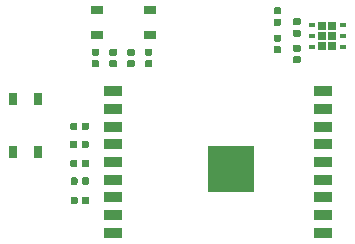
<source format=gbr>
G04 #@! TF.GenerationSoftware,KiCad,Pcbnew,5.0.2-bee76a0~70~ubuntu18.04.1*
G04 #@! TF.CreationDate,2020-01-13T19:18:57+01:00*
G04 #@! TF.ProjectId,roboy_sno,726f626f-795f-4736-9e6f-2e6b69636164,rev?*
G04 #@! TF.SameCoordinates,Original*
G04 #@! TF.FileFunction,Paste,Top*
G04 #@! TF.FilePolarity,Positive*
%FSLAX46Y46*%
G04 Gerber Fmt 4.6, Leading zero omitted, Abs format (unit mm)*
G04 Created by KiCad (PCBNEW 5.0.2-bee76a0~70~ubuntu18.04.1) date Mo 13 Jan 2020 19:18:57 CET*
%MOMM*%
%LPD*%
G01*
G04 APERTURE LIST*
%ADD10C,0.100000*%
%ADD11R,1.485000X0.900000*%
%ADD12R,4.000000X4.000000*%
%ADD13C,0.590000*%
%ADD14R,0.630000X0.450000*%
%ADD15R,0.660000X0.730000*%
%ADD16R,1.000000X0.700000*%
%ADD17R,0.700000X1.000000*%
G04 APERTURE END LIST*
D10*
G04 #@! TO.C,U2*
G36*
X124134940Y-132945000D02*
X126665000Y-132945000D01*
X126665000Y-135475720D01*
X124134940Y-135475720D01*
X124134940Y-132945000D01*
G37*
G04 #@! TD*
D11*
G04 #@! TO.C,U2*
X115407500Y-127610000D03*
X115407500Y-129110000D03*
X115407500Y-130610000D03*
X115407500Y-132110000D03*
X115407500Y-133610000D03*
X115407500Y-135110000D03*
X115407500Y-136610000D03*
X115407500Y-138110000D03*
X115407500Y-139610000D03*
X133192500Y-139610000D03*
X133192500Y-138110000D03*
X133192500Y-136610000D03*
X133192500Y-135110000D03*
X133192500Y-133610000D03*
X133192500Y-132110000D03*
X133192500Y-130610000D03*
X133192500Y-129110000D03*
X133192500Y-127610000D03*
D12*
X125400000Y-134210000D03*
G04 #@! TD*
D10*
G04 #@! TO.C,C1*
G36*
X118586958Y-124020710D02*
X118601276Y-124022834D01*
X118615317Y-124026351D01*
X118628946Y-124031228D01*
X118642031Y-124037417D01*
X118654447Y-124044858D01*
X118666073Y-124053481D01*
X118676798Y-124063202D01*
X118686519Y-124073927D01*
X118695142Y-124085553D01*
X118702583Y-124097969D01*
X118708772Y-124111054D01*
X118713649Y-124124683D01*
X118717166Y-124138724D01*
X118719290Y-124153042D01*
X118720000Y-124167500D01*
X118720000Y-124462500D01*
X118719290Y-124476958D01*
X118717166Y-124491276D01*
X118713649Y-124505317D01*
X118708772Y-124518946D01*
X118702583Y-124532031D01*
X118695142Y-124544447D01*
X118686519Y-124556073D01*
X118676798Y-124566798D01*
X118666073Y-124576519D01*
X118654447Y-124585142D01*
X118642031Y-124592583D01*
X118628946Y-124598772D01*
X118615317Y-124603649D01*
X118601276Y-124607166D01*
X118586958Y-124609290D01*
X118572500Y-124610000D01*
X118227500Y-124610000D01*
X118213042Y-124609290D01*
X118198724Y-124607166D01*
X118184683Y-124603649D01*
X118171054Y-124598772D01*
X118157969Y-124592583D01*
X118145553Y-124585142D01*
X118133927Y-124576519D01*
X118123202Y-124566798D01*
X118113481Y-124556073D01*
X118104858Y-124544447D01*
X118097417Y-124532031D01*
X118091228Y-124518946D01*
X118086351Y-124505317D01*
X118082834Y-124491276D01*
X118080710Y-124476958D01*
X118080000Y-124462500D01*
X118080000Y-124167500D01*
X118080710Y-124153042D01*
X118082834Y-124138724D01*
X118086351Y-124124683D01*
X118091228Y-124111054D01*
X118097417Y-124097969D01*
X118104858Y-124085553D01*
X118113481Y-124073927D01*
X118123202Y-124063202D01*
X118133927Y-124053481D01*
X118145553Y-124044858D01*
X118157969Y-124037417D01*
X118171054Y-124031228D01*
X118184683Y-124026351D01*
X118198724Y-124022834D01*
X118213042Y-124020710D01*
X118227500Y-124020000D01*
X118572500Y-124020000D01*
X118586958Y-124020710D01*
X118586958Y-124020710D01*
G37*
D13*
X118400000Y-124315000D03*
D10*
G36*
X118586958Y-124990710D02*
X118601276Y-124992834D01*
X118615317Y-124996351D01*
X118628946Y-125001228D01*
X118642031Y-125007417D01*
X118654447Y-125014858D01*
X118666073Y-125023481D01*
X118676798Y-125033202D01*
X118686519Y-125043927D01*
X118695142Y-125055553D01*
X118702583Y-125067969D01*
X118708772Y-125081054D01*
X118713649Y-125094683D01*
X118717166Y-125108724D01*
X118719290Y-125123042D01*
X118720000Y-125137500D01*
X118720000Y-125432500D01*
X118719290Y-125446958D01*
X118717166Y-125461276D01*
X118713649Y-125475317D01*
X118708772Y-125488946D01*
X118702583Y-125502031D01*
X118695142Y-125514447D01*
X118686519Y-125526073D01*
X118676798Y-125536798D01*
X118666073Y-125546519D01*
X118654447Y-125555142D01*
X118642031Y-125562583D01*
X118628946Y-125568772D01*
X118615317Y-125573649D01*
X118601276Y-125577166D01*
X118586958Y-125579290D01*
X118572500Y-125580000D01*
X118227500Y-125580000D01*
X118213042Y-125579290D01*
X118198724Y-125577166D01*
X118184683Y-125573649D01*
X118171054Y-125568772D01*
X118157969Y-125562583D01*
X118145553Y-125555142D01*
X118133927Y-125546519D01*
X118123202Y-125536798D01*
X118113481Y-125526073D01*
X118104858Y-125514447D01*
X118097417Y-125502031D01*
X118091228Y-125488946D01*
X118086351Y-125475317D01*
X118082834Y-125461276D01*
X118080710Y-125446958D01*
X118080000Y-125432500D01*
X118080000Y-125137500D01*
X118080710Y-125123042D01*
X118082834Y-125108724D01*
X118086351Y-125094683D01*
X118091228Y-125081054D01*
X118097417Y-125067969D01*
X118104858Y-125055553D01*
X118113481Y-125043927D01*
X118123202Y-125033202D01*
X118133927Y-125023481D01*
X118145553Y-125014858D01*
X118157969Y-125007417D01*
X118171054Y-125001228D01*
X118184683Y-124996351D01*
X118198724Y-124992834D01*
X118213042Y-124990710D01*
X118227500Y-124990000D01*
X118572500Y-124990000D01*
X118586958Y-124990710D01*
X118586958Y-124990710D01*
G37*
D13*
X118400000Y-125285000D03*
G04 #@! TD*
D10*
G04 #@! TO.C,C2*
G36*
X131146958Y-122410710D02*
X131161276Y-122412834D01*
X131175317Y-122416351D01*
X131188946Y-122421228D01*
X131202031Y-122427417D01*
X131214447Y-122434858D01*
X131226073Y-122443481D01*
X131236798Y-122453202D01*
X131246519Y-122463927D01*
X131255142Y-122475553D01*
X131262583Y-122487969D01*
X131268772Y-122501054D01*
X131273649Y-122514683D01*
X131277166Y-122528724D01*
X131279290Y-122543042D01*
X131280000Y-122557500D01*
X131280000Y-122852500D01*
X131279290Y-122866958D01*
X131277166Y-122881276D01*
X131273649Y-122895317D01*
X131268772Y-122908946D01*
X131262583Y-122922031D01*
X131255142Y-122934447D01*
X131246519Y-122946073D01*
X131236798Y-122956798D01*
X131226073Y-122966519D01*
X131214447Y-122975142D01*
X131202031Y-122982583D01*
X131188946Y-122988772D01*
X131175317Y-122993649D01*
X131161276Y-122997166D01*
X131146958Y-122999290D01*
X131132500Y-123000000D01*
X130787500Y-123000000D01*
X130773042Y-122999290D01*
X130758724Y-122997166D01*
X130744683Y-122993649D01*
X130731054Y-122988772D01*
X130717969Y-122982583D01*
X130705553Y-122975142D01*
X130693927Y-122966519D01*
X130683202Y-122956798D01*
X130673481Y-122946073D01*
X130664858Y-122934447D01*
X130657417Y-122922031D01*
X130651228Y-122908946D01*
X130646351Y-122895317D01*
X130642834Y-122881276D01*
X130640710Y-122866958D01*
X130640000Y-122852500D01*
X130640000Y-122557500D01*
X130640710Y-122543042D01*
X130642834Y-122528724D01*
X130646351Y-122514683D01*
X130651228Y-122501054D01*
X130657417Y-122487969D01*
X130664858Y-122475553D01*
X130673481Y-122463927D01*
X130683202Y-122453202D01*
X130693927Y-122443481D01*
X130705553Y-122434858D01*
X130717969Y-122427417D01*
X130731054Y-122421228D01*
X130744683Y-122416351D01*
X130758724Y-122412834D01*
X130773042Y-122410710D01*
X130787500Y-122410000D01*
X131132500Y-122410000D01*
X131146958Y-122410710D01*
X131146958Y-122410710D01*
G37*
D13*
X130960000Y-122705000D03*
D10*
G36*
X131146958Y-121440710D02*
X131161276Y-121442834D01*
X131175317Y-121446351D01*
X131188946Y-121451228D01*
X131202031Y-121457417D01*
X131214447Y-121464858D01*
X131226073Y-121473481D01*
X131236798Y-121483202D01*
X131246519Y-121493927D01*
X131255142Y-121505553D01*
X131262583Y-121517969D01*
X131268772Y-121531054D01*
X131273649Y-121544683D01*
X131277166Y-121558724D01*
X131279290Y-121573042D01*
X131280000Y-121587500D01*
X131280000Y-121882500D01*
X131279290Y-121896958D01*
X131277166Y-121911276D01*
X131273649Y-121925317D01*
X131268772Y-121938946D01*
X131262583Y-121952031D01*
X131255142Y-121964447D01*
X131246519Y-121976073D01*
X131236798Y-121986798D01*
X131226073Y-121996519D01*
X131214447Y-122005142D01*
X131202031Y-122012583D01*
X131188946Y-122018772D01*
X131175317Y-122023649D01*
X131161276Y-122027166D01*
X131146958Y-122029290D01*
X131132500Y-122030000D01*
X130787500Y-122030000D01*
X130773042Y-122029290D01*
X130758724Y-122027166D01*
X130744683Y-122023649D01*
X130731054Y-122018772D01*
X130717969Y-122012583D01*
X130705553Y-122005142D01*
X130693927Y-121996519D01*
X130683202Y-121986798D01*
X130673481Y-121976073D01*
X130664858Y-121964447D01*
X130657417Y-121952031D01*
X130651228Y-121938946D01*
X130646351Y-121925317D01*
X130642834Y-121911276D01*
X130640710Y-121896958D01*
X130640000Y-121882500D01*
X130640000Y-121587500D01*
X130640710Y-121573042D01*
X130642834Y-121558724D01*
X130646351Y-121544683D01*
X130651228Y-121531054D01*
X130657417Y-121517969D01*
X130664858Y-121505553D01*
X130673481Y-121493927D01*
X130683202Y-121483202D01*
X130693927Y-121473481D01*
X130705553Y-121464858D01*
X130717969Y-121457417D01*
X130731054Y-121451228D01*
X130744683Y-121446351D01*
X130758724Y-121442834D01*
X130773042Y-121440710D01*
X130787500Y-121440000D01*
X131132500Y-121440000D01*
X131146958Y-121440710D01*
X131146958Y-121440710D01*
G37*
D13*
X130960000Y-121735000D03*
G04 #@! TD*
D10*
G04 #@! TO.C,C3*
G36*
X131146958Y-123680710D02*
X131161276Y-123682834D01*
X131175317Y-123686351D01*
X131188946Y-123691228D01*
X131202031Y-123697417D01*
X131214447Y-123704858D01*
X131226073Y-123713481D01*
X131236798Y-123723202D01*
X131246519Y-123733927D01*
X131255142Y-123745553D01*
X131262583Y-123757969D01*
X131268772Y-123771054D01*
X131273649Y-123784683D01*
X131277166Y-123798724D01*
X131279290Y-123813042D01*
X131280000Y-123827500D01*
X131280000Y-124122500D01*
X131279290Y-124136958D01*
X131277166Y-124151276D01*
X131273649Y-124165317D01*
X131268772Y-124178946D01*
X131262583Y-124192031D01*
X131255142Y-124204447D01*
X131246519Y-124216073D01*
X131236798Y-124226798D01*
X131226073Y-124236519D01*
X131214447Y-124245142D01*
X131202031Y-124252583D01*
X131188946Y-124258772D01*
X131175317Y-124263649D01*
X131161276Y-124267166D01*
X131146958Y-124269290D01*
X131132500Y-124270000D01*
X130787500Y-124270000D01*
X130773042Y-124269290D01*
X130758724Y-124267166D01*
X130744683Y-124263649D01*
X130731054Y-124258772D01*
X130717969Y-124252583D01*
X130705553Y-124245142D01*
X130693927Y-124236519D01*
X130683202Y-124226798D01*
X130673481Y-124216073D01*
X130664858Y-124204447D01*
X130657417Y-124192031D01*
X130651228Y-124178946D01*
X130646351Y-124165317D01*
X130642834Y-124151276D01*
X130640710Y-124136958D01*
X130640000Y-124122500D01*
X130640000Y-123827500D01*
X130640710Y-123813042D01*
X130642834Y-123798724D01*
X130646351Y-123784683D01*
X130651228Y-123771054D01*
X130657417Y-123757969D01*
X130664858Y-123745553D01*
X130673481Y-123733927D01*
X130683202Y-123723202D01*
X130693927Y-123713481D01*
X130705553Y-123704858D01*
X130717969Y-123697417D01*
X130731054Y-123691228D01*
X130744683Y-123686351D01*
X130758724Y-123682834D01*
X130773042Y-123680710D01*
X130787500Y-123680000D01*
X131132500Y-123680000D01*
X131146958Y-123680710D01*
X131146958Y-123680710D01*
G37*
D13*
X130960000Y-123975000D03*
D10*
G36*
X131146958Y-124650710D02*
X131161276Y-124652834D01*
X131175317Y-124656351D01*
X131188946Y-124661228D01*
X131202031Y-124667417D01*
X131214447Y-124674858D01*
X131226073Y-124683481D01*
X131236798Y-124693202D01*
X131246519Y-124703927D01*
X131255142Y-124715553D01*
X131262583Y-124727969D01*
X131268772Y-124741054D01*
X131273649Y-124754683D01*
X131277166Y-124768724D01*
X131279290Y-124783042D01*
X131280000Y-124797500D01*
X131280000Y-125092500D01*
X131279290Y-125106958D01*
X131277166Y-125121276D01*
X131273649Y-125135317D01*
X131268772Y-125148946D01*
X131262583Y-125162031D01*
X131255142Y-125174447D01*
X131246519Y-125186073D01*
X131236798Y-125196798D01*
X131226073Y-125206519D01*
X131214447Y-125215142D01*
X131202031Y-125222583D01*
X131188946Y-125228772D01*
X131175317Y-125233649D01*
X131161276Y-125237166D01*
X131146958Y-125239290D01*
X131132500Y-125240000D01*
X130787500Y-125240000D01*
X130773042Y-125239290D01*
X130758724Y-125237166D01*
X130744683Y-125233649D01*
X130731054Y-125228772D01*
X130717969Y-125222583D01*
X130705553Y-125215142D01*
X130693927Y-125206519D01*
X130683202Y-125196798D01*
X130673481Y-125186073D01*
X130664858Y-125174447D01*
X130657417Y-125162031D01*
X130651228Y-125148946D01*
X130646351Y-125135317D01*
X130642834Y-125121276D01*
X130640710Y-125106958D01*
X130640000Y-125092500D01*
X130640000Y-124797500D01*
X130640710Y-124783042D01*
X130642834Y-124768724D01*
X130646351Y-124754683D01*
X130651228Y-124741054D01*
X130657417Y-124727969D01*
X130664858Y-124715553D01*
X130673481Y-124703927D01*
X130683202Y-124693202D01*
X130693927Y-124683481D01*
X130705553Y-124674858D01*
X130717969Y-124667417D01*
X130731054Y-124661228D01*
X130744683Y-124656351D01*
X130758724Y-124652834D01*
X130773042Y-124650710D01*
X130787500Y-124650000D01*
X131132500Y-124650000D01*
X131146958Y-124650710D01*
X131146958Y-124650710D01*
G37*
D13*
X130960000Y-124945000D03*
G04 #@! TD*
D10*
G04 #@! TO.C,C4*
G36*
X115586958Y-124020710D02*
X115601276Y-124022834D01*
X115615317Y-124026351D01*
X115628946Y-124031228D01*
X115642031Y-124037417D01*
X115654447Y-124044858D01*
X115666073Y-124053481D01*
X115676798Y-124063202D01*
X115686519Y-124073927D01*
X115695142Y-124085553D01*
X115702583Y-124097969D01*
X115708772Y-124111054D01*
X115713649Y-124124683D01*
X115717166Y-124138724D01*
X115719290Y-124153042D01*
X115720000Y-124167500D01*
X115720000Y-124462500D01*
X115719290Y-124476958D01*
X115717166Y-124491276D01*
X115713649Y-124505317D01*
X115708772Y-124518946D01*
X115702583Y-124532031D01*
X115695142Y-124544447D01*
X115686519Y-124556073D01*
X115676798Y-124566798D01*
X115666073Y-124576519D01*
X115654447Y-124585142D01*
X115642031Y-124592583D01*
X115628946Y-124598772D01*
X115615317Y-124603649D01*
X115601276Y-124607166D01*
X115586958Y-124609290D01*
X115572500Y-124610000D01*
X115227500Y-124610000D01*
X115213042Y-124609290D01*
X115198724Y-124607166D01*
X115184683Y-124603649D01*
X115171054Y-124598772D01*
X115157969Y-124592583D01*
X115145553Y-124585142D01*
X115133927Y-124576519D01*
X115123202Y-124566798D01*
X115113481Y-124556073D01*
X115104858Y-124544447D01*
X115097417Y-124532031D01*
X115091228Y-124518946D01*
X115086351Y-124505317D01*
X115082834Y-124491276D01*
X115080710Y-124476958D01*
X115080000Y-124462500D01*
X115080000Y-124167500D01*
X115080710Y-124153042D01*
X115082834Y-124138724D01*
X115086351Y-124124683D01*
X115091228Y-124111054D01*
X115097417Y-124097969D01*
X115104858Y-124085553D01*
X115113481Y-124073927D01*
X115123202Y-124063202D01*
X115133927Y-124053481D01*
X115145553Y-124044858D01*
X115157969Y-124037417D01*
X115171054Y-124031228D01*
X115184683Y-124026351D01*
X115198724Y-124022834D01*
X115213042Y-124020710D01*
X115227500Y-124020000D01*
X115572500Y-124020000D01*
X115586958Y-124020710D01*
X115586958Y-124020710D01*
G37*
D13*
X115400000Y-124315000D03*
D10*
G36*
X115586958Y-124990710D02*
X115601276Y-124992834D01*
X115615317Y-124996351D01*
X115628946Y-125001228D01*
X115642031Y-125007417D01*
X115654447Y-125014858D01*
X115666073Y-125023481D01*
X115676798Y-125033202D01*
X115686519Y-125043927D01*
X115695142Y-125055553D01*
X115702583Y-125067969D01*
X115708772Y-125081054D01*
X115713649Y-125094683D01*
X115717166Y-125108724D01*
X115719290Y-125123042D01*
X115720000Y-125137500D01*
X115720000Y-125432500D01*
X115719290Y-125446958D01*
X115717166Y-125461276D01*
X115713649Y-125475317D01*
X115708772Y-125488946D01*
X115702583Y-125502031D01*
X115695142Y-125514447D01*
X115686519Y-125526073D01*
X115676798Y-125536798D01*
X115666073Y-125546519D01*
X115654447Y-125555142D01*
X115642031Y-125562583D01*
X115628946Y-125568772D01*
X115615317Y-125573649D01*
X115601276Y-125577166D01*
X115586958Y-125579290D01*
X115572500Y-125580000D01*
X115227500Y-125580000D01*
X115213042Y-125579290D01*
X115198724Y-125577166D01*
X115184683Y-125573649D01*
X115171054Y-125568772D01*
X115157969Y-125562583D01*
X115145553Y-125555142D01*
X115133927Y-125546519D01*
X115123202Y-125536798D01*
X115113481Y-125526073D01*
X115104858Y-125514447D01*
X115097417Y-125502031D01*
X115091228Y-125488946D01*
X115086351Y-125475317D01*
X115082834Y-125461276D01*
X115080710Y-125446958D01*
X115080000Y-125432500D01*
X115080000Y-125137500D01*
X115080710Y-125123042D01*
X115082834Y-125108724D01*
X115086351Y-125094683D01*
X115091228Y-125081054D01*
X115097417Y-125067969D01*
X115104858Y-125055553D01*
X115113481Y-125043927D01*
X115123202Y-125033202D01*
X115133927Y-125023481D01*
X115145553Y-125014858D01*
X115157969Y-125007417D01*
X115171054Y-125001228D01*
X115184683Y-124996351D01*
X115198724Y-124992834D01*
X115213042Y-124990710D01*
X115227500Y-124990000D01*
X115572500Y-124990000D01*
X115586958Y-124990710D01*
X115586958Y-124990710D01*
G37*
D13*
X115400000Y-125285000D03*
G04 #@! TD*
D10*
G04 #@! TO.C,C5*
G36*
X114086958Y-124020710D02*
X114101276Y-124022834D01*
X114115317Y-124026351D01*
X114128946Y-124031228D01*
X114142031Y-124037417D01*
X114154447Y-124044858D01*
X114166073Y-124053481D01*
X114176798Y-124063202D01*
X114186519Y-124073927D01*
X114195142Y-124085553D01*
X114202583Y-124097969D01*
X114208772Y-124111054D01*
X114213649Y-124124683D01*
X114217166Y-124138724D01*
X114219290Y-124153042D01*
X114220000Y-124167500D01*
X114220000Y-124462500D01*
X114219290Y-124476958D01*
X114217166Y-124491276D01*
X114213649Y-124505317D01*
X114208772Y-124518946D01*
X114202583Y-124532031D01*
X114195142Y-124544447D01*
X114186519Y-124556073D01*
X114176798Y-124566798D01*
X114166073Y-124576519D01*
X114154447Y-124585142D01*
X114142031Y-124592583D01*
X114128946Y-124598772D01*
X114115317Y-124603649D01*
X114101276Y-124607166D01*
X114086958Y-124609290D01*
X114072500Y-124610000D01*
X113727500Y-124610000D01*
X113713042Y-124609290D01*
X113698724Y-124607166D01*
X113684683Y-124603649D01*
X113671054Y-124598772D01*
X113657969Y-124592583D01*
X113645553Y-124585142D01*
X113633927Y-124576519D01*
X113623202Y-124566798D01*
X113613481Y-124556073D01*
X113604858Y-124544447D01*
X113597417Y-124532031D01*
X113591228Y-124518946D01*
X113586351Y-124505317D01*
X113582834Y-124491276D01*
X113580710Y-124476958D01*
X113580000Y-124462500D01*
X113580000Y-124167500D01*
X113580710Y-124153042D01*
X113582834Y-124138724D01*
X113586351Y-124124683D01*
X113591228Y-124111054D01*
X113597417Y-124097969D01*
X113604858Y-124085553D01*
X113613481Y-124073927D01*
X113623202Y-124063202D01*
X113633927Y-124053481D01*
X113645553Y-124044858D01*
X113657969Y-124037417D01*
X113671054Y-124031228D01*
X113684683Y-124026351D01*
X113698724Y-124022834D01*
X113713042Y-124020710D01*
X113727500Y-124020000D01*
X114072500Y-124020000D01*
X114086958Y-124020710D01*
X114086958Y-124020710D01*
G37*
D13*
X113900000Y-124315000D03*
D10*
G36*
X114086958Y-124990710D02*
X114101276Y-124992834D01*
X114115317Y-124996351D01*
X114128946Y-125001228D01*
X114142031Y-125007417D01*
X114154447Y-125014858D01*
X114166073Y-125023481D01*
X114176798Y-125033202D01*
X114186519Y-125043927D01*
X114195142Y-125055553D01*
X114202583Y-125067969D01*
X114208772Y-125081054D01*
X114213649Y-125094683D01*
X114217166Y-125108724D01*
X114219290Y-125123042D01*
X114220000Y-125137500D01*
X114220000Y-125432500D01*
X114219290Y-125446958D01*
X114217166Y-125461276D01*
X114213649Y-125475317D01*
X114208772Y-125488946D01*
X114202583Y-125502031D01*
X114195142Y-125514447D01*
X114186519Y-125526073D01*
X114176798Y-125536798D01*
X114166073Y-125546519D01*
X114154447Y-125555142D01*
X114142031Y-125562583D01*
X114128946Y-125568772D01*
X114115317Y-125573649D01*
X114101276Y-125577166D01*
X114086958Y-125579290D01*
X114072500Y-125580000D01*
X113727500Y-125580000D01*
X113713042Y-125579290D01*
X113698724Y-125577166D01*
X113684683Y-125573649D01*
X113671054Y-125568772D01*
X113657969Y-125562583D01*
X113645553Y-125555142D01*
X113633927Y-125546519D01*
X113623202Y-125536798D01*
X113613481Y-125526073D01*
X113604858Y-125514447D01*
X113597417Y-125502031D01*
X113591228Y-125488946D01*
X113586351Y-125475317D01*
X113582834Y-125461276D01*
X113580710Y-125446958D01*
X113580000Y-125432500D01*
X113580000Y-125137500D01*
X113580710Y-125123042D01*
X113582834Y-125108724D01*
X113586351Y-125094683D01*
X113591228Y-125081054D01*
X113597417Y-125067969D01*
X113604858Y-125055553D01*
X113613481Y-125043927D01*
X113623202Y-125033202D01*
X113633927Y-125023481D01*
X113645553Y-125014858D01*
X113657969Y-125007417D01*
X113671054Y-125001228D01*
X113684683Y-124996351D01*
X113698724Y-124992834D01*
X113713042Y-124990710D01*
X113727500Y-124990000D01*
X114072500Y-124990000D01*
X114086958Y-124990710D01*
X114086958Y-124990710D01*
G37*
D13*
X113900000Y-125285000D03*
G04 #@! TD*
D10*
G04 #@! TO.C,R10*
G36*
X117086958Y-124020710D02*
X117101276Y-124022834D01*
X117115317Y-124026351D01*
X117128946Y-124031228D01*
X117142031Y-124037417D01*
X117154447Y-124044858D01*
X117166073Y-124053481D01*
X117176798Y-124063202D01*
X117186519Y-124073927D01*
X117195142Y-124085553D01*
X117202583Y-124097969D01*
X117208772Y-124111054D01*
X117213649Y-124124683D01*
X117217166Y-124138724D01*
X117219290Y-124153042D01*
X117220000Y-124167500D01*
X117220000Y-124462500D01*
X117219290Y-124476958D01*
X117217166Y-124491276D01*
X117213649Y-124505317D01*
X117208772Y-124518946D01*
X117202583Y-124532031D01*
X117195142Y-124544447D01*
X117186519Y-124556073D01*
X117176798Y-124566798D01*
X117166073Y-124576519D01*
X117154447Y-124585142D01*
X117142031Y-124592583D01*
X117128946Y-124598772D01*
X117115317Y-124603649D01*
X117101276Y-124607166D01*
X117086958Y-124609290D01*
X117072500Y-124610000D01*
X116727500Y-124610000D01*
X116713042Y-124609290D01*
X116698724Y-124607166D01*
X116684683Y-124603649D01*
X116671054Y-124598772D01*
X116657969Y-124592583D01*
X116645553Y-124585142D01*
X116633927Y-124576519D01*
X116623202Y-124566798D01*
X116613481Y-124556073D01*
X116604858Y-124544447D01*
X116597417Y-124532031D01*
X116591228Y-124518946D01*
X116586351Y-124505317D01*
X116582834Y-124491276D01*
X116580710Y-124476958D01*
X116580000Y-124462500D01*
X116580000Y-124167500D01*
X116580710Y-124153042D01*
X116582834Y-124138724D01*
X116586351Y-124124683D01*
X116591228Y-124111054D01*
X116597417Y-124097969D01*
X116604858Y-124085553D01*
X116613481Y-124073927D01*
X116623202Y-124063202D01*
X116633927Y-124053481D01*
X116645553Y-124044858D01*
X116657969Y-124037417D01*
X116671054Y-124031228D01*
X116684683Y-124026351D01*
X116698724Y-124022834D01*
X116713042Y-124020710D01*
X116727500Y-124020000D01*
X117072500Y-124020000D01*
X117086958Y-124020710D01*
X117086958Y-124020710D01*
G37*
D13*
X116900000Y-124315000D03*
D10*
G36*
X117086958Y-124990710D02*
X117101276Y-124992834D01*
X117115317Y-124996351D01*
X117128946Y-125001228D01*
X117142031Y-125007417D01*
X117154447Y-125014858D01*
X117166073Y-125023481D01*
X117176798Y-125033202D01*
X117186519Y-125043927D01*
X117195142Y-125055553D01*
X117202583Y-125067969D01*
X117208772Y-125081054D01*
X117213649Y-125094683D01*
X117217166Y-125108724D01*
X117219290Y-125123042D01*
X117220000Y-125137500D01*
X117220000Y-125432500D01*
X117219290Y-125446958D01*
X117217166Y-125461276D01*
X117213649Y-125475317D01*
X117208772Y-125488946D01*
X117202583Y-125502031D01*
X117195142Y-125514447D01*
X117186519Y-125526073D01*
X117176798Y-125536798D01*
X117166073Y-125546519D01*
X117154447Y-125555142D01*
X117142031Y-125562583D01*
X117128946Y-125568772D01*
X117115317Y-125573649D01*
X117101276Y-125577166D01*
X117086958Y-125579290D01*
X117072500Y-125580000D01*
X116727500Y-125580000D01*
X116713042Y-125579290D01*
X116698724Y-125577166D01*
X116684683Y-125573649D01*
X116671054Y-125568772D01*
X116657969Y-125562583D01*
X116645553Y-125555142D01*
X116633927Y-125546519D01*
X116623202Y-125536798D01*
X116613481Y-125526073D01*
X116604858Y-125514447D01*
X116597417Y-125502031D01*
X116591228Y-125488946D01*
X116586351Y-125475317D01*
X116582834Y-125461276D01*
X116580710Y-125446958D01*
X116580000Y-125432500D01*
X116580000Y-125137500D01*
X116580710Y-125123042D01*
X116582834Y-125108724D01*
X116586351Y-125094683D01*
X116591228Y-125081054D01*
X116597417Y-125067969D01*
X116604858Y-125055553D01*
X116613481Y-125043927D01*
X116623202Y-125033202D01*
X116633927Y-125023481D01*
X116645553Y-125014858D01*
X116657969Y-125007417D01*
X116671054Y-125001228D01*
X116684683Y-124996351D01*
X116698724Y-124992834D01*
X116713042Y-124990710D01*
X116727500Y-124990000D01*
X117072500Y-124990000D01*
X117086958Y-124990710D01*
X117086958Y-124990710D01*
G37*
D13*
X116900000Y-125285000D03*
G04 #@! TD*
D14*
G04 #@! TO.C,U1*
X132200000Y-122000000D03*
X132200000Y-122950000D03*
X132200000Y-123900000D03*
X134880000Y-123900000D03*
X134880000Y-122950000D03*
X134880000Y-122000000D03*
D15*
X133115000Y-123816000D03*
X133965000Y-123816000D03*
X133965000Y-122950000D03*
X133115000Y-122950000D03*
X133965000Y-122084000D03*
X133115000Y-122084000D03*
G04 #@! TD*
D16*
G04 #@! TO.C,SW2*
X118550000Y-120725000D03*
X114050000Y-120725000D03*
X114050000Y-122875000D03*
X118550000Y-122875000D03*
G04 #@! TD*
D10*
G04 #@! TO.C,R1*
G36*
X112226958Y-130270710D02*
X112241276Y-130272834D01*
X112255317Y-130276351D01*
X112268946Y-130281228D01*
X112282031Y-130287417D01*
X112294447Y-130294858D01*
X112306073Y-130303481D01*
X112316798Y-130313202D01*
X112326519Y-130323927D01*
X112335142Y-130335553D01*
X112342583Y-130347969D01*
X112348772Y-130361054D01*
X112353649Y-130374683D01*
X112357166Y-130388724D01*
X112359290Y-130403042D01*
X112360000Y-130417500D01*
X112360000Y-130762500D01*
X112359290Y-130776958D01*
X112357166Y-130791276D01*
X112353649Y-130805317D01*
X112348772Y-130818946D01*
X112342583Y-130832031D01*
X112335142Y-130844447D01*
X112326519Y-130856073D01*
X112316798Y-130866798D01*
X112306073Y-130876519D01*
X112294447Y-130885142D01*
X112282031Y-130892583D01*
X112268946Y-130898772D01*
X112255317Y-130903649D01*
X112241276Y-130907166D01*
X112226958Y-130909290D01*
X112212500Y-130910000D01*
X111917500Y-130910000D01*
X111903042Y-130909290D01*
X111888724Y-130907166D01*
X111874683Y-130903649D01*
X111861054Y-130898772D01*
X111847969Y-130892583D01*
X111835553Y-130885142D01*
X111823927Y-130876519D01*
X111813202Y-130866798D01*
X111803481Y-130856073D01*
X111794858Y-130844447D01*
X111787417Y-130832031D01*
X111781228Y-130818946D01*
X111776351Y-130805317D01*
X111772834Y-130791276D01*
X111770710Y-130776958D01*
X111770000Y-130762500D01*
X111770000Y-130417500D01*
X111770710Y-130403042D01*
X111772834Y-130388724D01*
X111776351Y-130374683D01*
X111781228Y-130361054D01*
X111787417Y-130347969D01*
X111794858Y-130335553D01*
X111803481Y-130323927D01*
X111813202Y-130313202D01*
X111823927Y-130303481D01*
X111835553Y-130294858D01*
X111847969Y-130287417D01*
X111861054Y-130281228D01*
X111874683Y-130276351D01*
X111888724Y-130272834D01*
X111903042Y-130270710D01*
X111917500Y-130270000D01*
X112212500Y-130270000D01*
X112226958Y-130270710D01*
X112226958Y-130270710D01*
G37*
D13*
X112065000Y-130590000D03*
D10*
G36*
X113196958Y-130270710D02*
X113211276Y-130272834D01*
X113225317Y-130276351D01*
X113238946Y-130281228D01*
X113252031Y-130287417D01*
X113264447Y-130294858D01*
X113276073Y-130303481D01*
X113286798Y-130313202D01*
X113296519Y-130323927D01*
X113305142Y-130335553D01*
X113312583Y-130347969D01*
X113318772Y-130361054D01*
X113323649Y-130374683D01*
X113327166Y-130388724D01*
X113329290Y-130403042D01*
X113330000Y-130417500D01*
X113330000Y-130762500D01*
X113329290Y-130776958D01*
X113327166Y-130791276D01*
X113323649Y-130805317D01*
X113318772Y-130818946D01*
X113312583Y-130832031D01*
X113305142Y-130844447D01*
X113296519Y-130856073D01*
X113286798Y-130866798D01*
X113276073Y-130876519D01*
X113264447Y-130885142D01*
X113252031Y-130892583D01*
X113238946Y-130898772D01*
X113225317Y-130903649D01*
X113211276Y-130907166D01*
X113196958Y-130909290D01*
X113182500Y-130910000D01*
X112887500Y-130910000D01*
X112873042Y-130909290D01*
X112858724Y-130907166D01*
X112844683Y-130903649D01*
X112831054Y-130898772D01*
X112817969Y-130892583D01*
X112805553Y-130885142D01*
X112793927Y-130876519D01*
X112783202Y-130866798D01*
X112773481Y-130856073D01*
X112764858Y-130844447D01*
X112757417Y-130832031D01*
X112751228Y-130818946D01*
X112746351Y-130805317D01*
X112742834Y-130791276D01*
X112740710Y-130776958D01*
X112740000Y-130762500D01*
X112740000Y-130417500D01*
X112740710Y-130403042D01*
X112742834Y-130388724D01*
X112746351Y-130374683D01*
X112751228Y-130361054D01*
X112757417Y-130347969D01*
X112764858Y-130335553D01*
X112773481Y-130323927D01*
X112783202Y-130313202D01*
X112793927Y-130303481D01*
X112805553Y-130294858D01*
X112817969Y-130287417D01*
X112831054Y-130281228D01*
X112844683Y-130276351D01*
X112858724Y-130272834D01*
X112873042Y-130270710D01*
X112887500Y-130270000D01*
X113182500Y-130270000D01*
X113196958Y-130270710D01*
X113196958Y-130270710D01*
G37*
D13*
X113035000Y-130590000D03*
G04 #@! TD*
D10*
G04 #@! TO.C,R2*
G36*
X112216958Y-131800710D02*
X112231276Y-131802834D01*
X112245317Y-131806351D01*
X112258946Y-131811228D01*
X112272031Y-131817417D01*
X112284447Y-131824858D01*
X112296073Y-131833481D01*
X112306798Y-131843202D01*
X112316519Y-131853927D01*
X112325142Y-131865553D01*
X112332583Y-131877969D01*
X112338772Y-131891054D01*
X112343649Y-131904683D01*
X112347166Y-131918724D01*
X112349290Y-131933042D01*
X112350000Y-131947500D01*
X112350000Y-132292500D01*
X112349290Y-132306958D01*
X112347166Y-132321276D01*
X112343649Y-132335317D01*
X112338772Y-132348946D01*
X112332583Y-132362031D01*
X112325142Y-132374447D01*
X112316519Y-132386073D01*
X112306798Y-132396798D01*
X112296073Y-132406519D01*
X112284447Y-132415142D01*
X112272031Y-132422583D01*
X112258946Y-132428772D01*
X112245317Y-132433649D01*
X112231276Y-132437166D01*
X112216958Y-132439290D01*
X112202500Y-132440000D01*
X111907500Y-132440000D01*
X111893042Y-132439290D01*
X111878724Y-132437166D01*
X111864683Y-132433649D01*
X111851054Y-132428772D01*
X111837969Y-132422583D01*
X111825553Y-132415142D01*
X111813927Y-132406519D01*
X111803202Y-132396798D01*
X111793481Y-132386073D01*
X111784858Y-132374447D01*
X111777417Y-132362031D01*
X111771228Y-132348946D01*
X111766351Y-132335317D01*
X111762834Y-132321276D01*
X111760710Y-132306958D01*
X111760000Y-132292500D01*
X111760000Y-131947500D01*
X111760710Y-131933042D01*
X111762834Y-131918724D01*
X111766351Y-131904683D01*
X111771228Y-131891054D01*
X111777417Y-131877969D01*
X111784858Y-131865553D01*
X111793481Y-131853927D01*
X111803202Y-131843202D01*
X111813927Y-131833481D01*
X111825553Y-131824858D01*
X111837969Y-131817417D01*
X111851054Y-131811228D01*
X111864683Y-131806351D01*
X111878724Y-131802834D01*
X111893042Y-131800710D01*
X111907500Y-131800000D01*
X112202500Y-131800000D01*
X112216958Y-131800710D01*
X112216958Y-131800710D01*
G37*
D13*
X112055000Y-132120000D03*
D10*
G36*
X113186958Y-131800710D02*
X113201276Y-131802834D01*
X113215317Y-131806351D01*
X113228946Y-131811228D01*
X113242031Y-131817417D01*
X113254447Y-131824858D01*
X113266073Y-131833481D01*
X113276798Y-131843202D01*
X113286519Y-131853927D01*
X113295142Y-131865553D01*
X113302583Y-131877969D01*
X113308772Y-131891054D01*
X113313649Y-131904683D01*
X113317166Y-131918724D01*
X113319290Y-131933042D01*
X113320000Y-131947500D01*
X113320000Y-132292500D01*
X113319290Y-132306958D01*
X113317166Y-132321276D01*
X113313649Y-132335317D01*
X113308772Y-132348946D01*
X113302583Y-132362031D01*
X113295142Y-132374447D01*
X113286519Y-132386073D01*
X113276798Y-132396798D01*
X113266073Y-132406519D01*
X113254447Y-132415142D01*
X113242031Y-132422583D01*
X113228946Y-132428772D01*
X113215317Y-132433649D01*
X113201276Y-132437166D01*
X113186958Y-132439290D01*
X113172500Y-132440000D01*
X112877500Y-132440000D01*
X112863042Y-132439290D01*
X112848724Y-132437166D01*
X112834683Y-132433649D01*
X112821054Y-132428772D01*
X112807969Y-132422583D01*
X112795553Y-132415142D01*
X112783927Y-132406519D01*
X112773202Y-132396798D01*
X112763481Y-132386073D01*
X112754858Y-132374447D01*
X112747417Y-132362031D01*
X112741228Y-132348946D01*
X112736351Y-132335317D01*
X112732834Y-132321276D01*
X112730710Y-132306958D01*
X112730000Y-132292500D01*
X112730000Y-131947500D01*
X112730710Y-131933042D01*
X112732834Y-131918724D01*
X112736351Y-131904683D01*
X112741228Y-131891054D01*
X112747417Y-131877969D01*
X112754858Y-131865553D01*
X112763481Y-131853927D01*
X112773202Y-131843202D01*
X112783927Y-131833481D01*
X112795553Y-131824858D01*
X112807969Y-131817417D01*
X112821054Y-131811228D01*
X112834683Y-131806351D01*
X112848724Y-131802834D01*
X112863042Y-131800710D01*
X112877500Y-131800000D01*
X113172500Y-131800000D01*
X113186958Y-131800710D01*
X113186958Y-131800710D01*
G37*
D13*
X113025000Y-132120000D03*
G04 #@! TD*
D10*
G04 #@! TO.C,R3*
G36*
X113216958Y-136540710D02*
X113231276Y-136542834D01*
X113245317Y-136546351D01*
X113258946Y-136551228D01*
X113272031Y-136557417D01*
X113284447Y-136564858D01*
X113296073Y-136573481D01*
X113306798Y-136583202D01*
X113316519Y-136593927D01*
X113325142Y-136605553D01*
X113332583Y-136617969D01*
X113338772Y-136631054D01*
X113343649Y-136644683D01*
X113347166Y-136658724D01*
X113349290Y-136673042D01*
X113350000Y-136687500D01*
X113350000Y-137032500D01*
X113349290Y-137046958D01*
X113347166Y-137061276D01*
X113343649Y-137075317D01*
X113338772Y-137088946D01*
X113332583Y-137102031D01*
X113325142Y-137114447D01*
X113316519Y-137126073D01*
X113306798Y-137136798D01*
X113296073Y-137146519D01*
X113284447Y-137155142D01*
X113272031Y-137162583D01*
X113258946Y-137168772D01*
X113245317Y-137173649D01*
X113231276Y-137177166D01*
X113216958Y-137179290D01*
X113202500Y-137180000D01*
X112907500Y-137180000D01*
X112893042Y-137179290D01*
X112878724Y-137177166D01*
X112864683Y-137173649D01*
X112851054Y-137168772D01*
X112837969Y-137162583D01*
X112825553Y-137155142D01*
X112813927Y-137146519D01*
X112803202Y-137136798D01*
X112793481Y-137126073D01*
X112784858Y-137114447D01*
X112777417Y-137102031D01*
X112771228Y-137088946D01*
X112766351Y-137075317D01*
X112762834Y-137061276D01*
X112760710Y-137046958D01*
X112760000Y-137032500D01*
X112760000Y-136687500D01*
X112760710Y-136673042D01*
X112762834Y-136658724D01*
X112766351Y-136644683D01*
X112771228Y-136631054D01*
X112777417Y-136617969D01*
X112784858Y-136605553D01*
X112793481Y-136593927D01*
X112803202Y-136583202D01*
X112813927Y-136573481D01*
X112825553Y-136564858D01*
X112837969Y-136557417D01*
X112851054Y-136551228D01*
X112864683Y-136546351D01*
X112878724Y-136542834D01*
X112893042Y-136540710D01*
X112907500Y-136540000D01*
X113202500Y-136540000D01*
X113216958Y-136540710D01*
X113216958Y-136540710D01*
G37*
D13*
X113055000Y-136860000D03*
D10*
G36*
X112246958Y-136540710D02*
X112261276Y-136542834D01*
X112275317Y-136546351D01*
X112288946Y-136551228D01*
X112302031Y-136557417D01*
X112314447Y-136564858D01*
X112326073Y-136573481D01*
X112336798Y-136583202D01*
X112346519Y-136593927D01*
X112355142Y-136605553D01*
X112362583Y-136617969D01*
X112368772Y-136631054D01*
X112373649Y-136644683D01*
X112377166Y-136658724D01*
X112379290Y-136673042D01*
X112380000Y-136687500D01*
X112380000Y-137032500D01*
X112379290Y-137046958D01*
X112377166Y-137061276D01*
X112373649Y-137075317D01*
X112368772Y-137088946D01*
X112362583Y-137102031D01*
X112355142Y-137114447D01*
X112346519Y-137126073D01*
X112336798Y-137136798D01*
X112326073Y-137146519D01*
X112314447Y-137155142D01*
X112302031Y-137162583D01*
X112288946Y-137168772D01*
X112275317Y-137173649D01*
X112261276Y-137177166D01*
X112246958Y-137179290D01*
X112232500Y-137180000D01*
X111937500Y-137180000D01*
X111923042Y-137179290D01*
X111908724Y-137177166D01*
X111894683Y-137173649D01*
X111881054Y-137168772D01*
X111867969Y-137162583D01*
X111855553Y-137155142D01*
X111843927Y-137146519D01*
X111833202Y-137136798D01*
X111823481Y-137126073D01*
X111814858Y-137114447D01*
X111807417Y-137102031D01*
X111801228Y-137088946D01*
X111796351Y-137075317D01*
X111792834Y-137061276D01*
X111790710Y-137046958D01*
X111790000Y-137032500D01*
X111790000Y-136687500D01*
X111790710Y-136673042D01*
X111792834Y-136658724D01*
X111796351Y-136644683D01*
X111801228Y-136631054D01*
X111807417Y-136617969D01*
X111814858Y-136605553D01*
X111823481Y-136593927D01*
X111833202Y-136583202D01*
X111843927Y-136573481D01*
X111855553Y-136564858D01*
X111867969Y-136557417D01*
X111881054Y-136551228D01*
X111894683Y-136546351D01*
X111908724Y-136542834D01*
X111923042Y-136540710D01*
X111937500Y-136540000D01*
X112232500Y-136540000D01*
X112246958Y-136540710D01*
X112246958Y-136540710D01*
G37*
D13*
X112085000Y-136860000D03*
G04 #@! TD*
D10*
G04 #@! TO.C,D1*
G36*
X129486958Y-121490710D02*
X129501276Y-121492834D01*
X129515317Y-121496351D01*
X129528946Y-121501228D01*
X129542031Y-121507417D01*
X129554447Y-121514858D01*
X129566073Y-121523481D01*
X129576798Y-121533202D01*
X129586519Y-121543927D01*
X129595142Y-121555553D01*
X129602583Y-121567969D01*
X129608772Y-121581054D01*
X129613649Y-121594683D01*
X129617166Y-121608724D01*
X129619290Y-121623042D01*
X129620000Y-121637500D01*
X129620000Y-121932500D01*
X129619290Y-121946958D01*
X129617166Y-121961276D01*
X129613649Y-121975317D01*
X129608772Y-121988946D01*
X129602583Y-122002031D01*
X129595142Y-122014447D01*
X129586519Y-122026073D01*
X129576798Y-122036798D01*
X129566073Y-122046519D01*
X129554447Y-122055142D01*
X129542031Y-122062583D01*
X129528946Y-122068772D01*
X129515317Y-122073649D01*
X129501276Y-122077166D01*
X129486958Y-122079290D01*
X129472500Y-122080000D01*
X129127500Y-122080000D01*
X129113042Y-122079290D01*
X129098724Y-122077166D01*
X129084683Y-122073649D01*
X129071054Y-122068772D01*
X129057969Y-122062583D01*
X129045553Y-122055142D01*
X129033927Y-122046519D01*
X129023202Y-122036798D01*
X129013481Y-122026073D01*
X129004858Y-122014447D01*
X128997417Y-122002031D01*
X128991228Y-121988946D01*
X128986351Y-121975317D01*
X128982834Y-121961276D01*
X128980710Y-121946958D01*
X128980000Y-121932500D01*
X128980000Y-121637500D01*
X128980710Y-121623042D01*
X128982834Y-121608724D01*
X128986351Y-121594683D01*
X128991228Y-121581054D01*
X128997417Y-121567969D01*
X129004858Y-121555553D01*
X129013481Y-121543927D01*
X129023202Y-121533202D01*
X129033927Y-121523481D01*
X129045553Y-121514858D01*
X129057969Y-121507417D01*
X129071054Y-121501228D01*
X129084683Y-121496351D01*
X129098724Y-121492834D01*
X129113042Y-121490710D01*
X129127500Y-121490000D01*
X129472500Y-121490000D01*
X129486958Y-121490710D01*
X129486958Y-121490710D01*
G37*
D13*
X129300000Y-121785000D03*
D10*
G36*
X129486958Y-120520710D02*
X129501276Y-120522834D01*
X129515317Y-120526351D01*
X129528946Y-120531228D01*
X129542031Y-120537417D01*
X129554447Y-120544858D01*
X129566073Y-120553481D01*
X129576798Y-120563202D01*
X129586519Y-120573927D01*
X129595142Y-120585553D01*
X129602583Y-120597969D01*
X129608772Y-120611054D01*
X129613649Y-120624683D01*
X129617166Y-120638724D01*
X129619290Y-120653042D01*
X129620000Y-120667500D01*
X129620000Y-120962500D01*
X129619290Y-120976958D01*
X129617166Y-120991276D01*
X129613649Y-121005317D01*
X129608772Y-121018946D01*
X129602583Y-121032031D01*
X129595142Y-121044447D01*
X129586519Y-121056073D01*
X129576798Y-121066798D01*
X129566073Y-121076519D01*
X129554447Y-121085142D01*
X129542031Y-121092583D01*
X129528946Y-121098772D01*
X129515317Y-121103649D01*
X129501276Y-121107166D01*
X129486958Y-121109290D01*
X129472500Y-121110000D01*
X129127500Y-121110000D01*
X129113042Y-121109290D01*
X129098724Y-121107166D01*
X129084683Y-121103649D01*
X129071054Y-121098772D01*
X129057969Y-121092583D01*
X129045553Y-121085142D01*
X129033927Y-121076519D01*
X129023202Y-121066798D01*
X129013481Y-121056073D01*
X129004858Y-121044447D01*
X128997417Y-121032031D01*
X128991228Y-121018946D01*
X128986351Y-121005317D01*
X128982834Y-120991276D01*
X128980710Y-120976958D01*
X128980000Y-120962500D01*
X128980000Y-120667500D01*
X128980710Y-120653042D01*
X128982834Y-120638724D01*
X128986351Y-120624683D01*
X128991228Y-120611054D01*
X128997417Y-120597969D01*
X129004858Y-120585553D01*
X129013481Y-120573927D01*
X129023202Y-120563202D01*
X129033927Y-120553481D01*
X129045553Y-120544858D01*
X129057969Y-120537417D01*
X129071054Y-120531228D01*
X129084683Y-120526351D01*
X129098724Y-120522834D01*
X129113042Y-120520710D01*
X129127500Y-120520000D01*
X129472500Y-120520000D01*
X129486958Y-120520710D01*
X129486958Y-120520710D01*
G37*
D13*
X129300000Y-120815000D03*
G04 #@! TD*
D10*
G04 #@! TO.C,R4*
G36*
X129486958Y-123790710D02*
X129501276Y-123792834D01*
X129515317Y-123796351D01*
X129528946Y-123801228D01*
X129542031Y-123807417D01*
X129554447Y-123814858D01*
X129566073Y-123823481D01*
X129576798Y-123833202D01*
X129586519Y-123843927D01*
X129595142Y-123855553D01*
X129602583Y-123867969D01*
X129608772Y-123881054D01*
X129613649Y-123894683D01*
X129617166Y-123908724D01*
X129619290Y-123923042D01*
X129620000Y-123937500D01*
X129620000Y-124232500D01*
X129619290Y-124246958D01*
X129617166Y-124261276D01*
X129613649Y-124275317D01*
X129608772Y-124288946D01*
X129602583Y-124302031D01*
X129595142Y-124314447D01*
X129586519Y-124326073D01*
X129576798Y-124336798D01*
X129566073Y-124346519D01*
X129554447Y-124355142D01*
X129542031Y-124362583D01*
X129528946Y-124368772D01*
X129515317Y-124373649D01*
X129501276Y-124377166D01*
X129486958Y-124379290D01*
X129472500Y-124380000D01*
X129127500Y-124380000D01*
X129113042Y-124379290D01*
X129098724Y-124377166D01*
X129084683Y-124373649D01*
X129071054Y-124368772D01*
X129057969Y-124362583D01*
X129045553Y-124355142D01*
X129033927Y-124346519D01*
X129023202Y-124336798D01*
X129013481Y-124326073D01*
X129004858Y-124314447D01*
X128997417Y-124302031D01*
X128991228Y-124288946D01*
X128986351Y-124275317D01*
X128982834Y-124261276D01*
X128980710Y-124246958D01*
X128980000Y-124232500D01*
X128980000Y-123937500D01*
X128980710Y-123923042D01*
X128982834Y-123908724D01*
X128986351Y-123894683D01*
X128991228Y-123881054D01*
X128997417Y-123867969D01*
X129004858Y-123855553D01*
X129013481Y-123843927D01*
X129023202Y-123833202D01*
X129033927Y-123823481D01*
X129045553Y-123814858D01*
X129057969Y-123807417D01*
X129071054Y-123801228D01*
X129084683Y-123796351D01*
X129098724Y-123792834D01*
X129113042Y-123790710D01*
X129127500Y-123790000D01*
X129472500Y-123790000D01*
X129486958Y-123790710D01*
X129486958Y-123790710D01*
G37*
D13*
X129300000Y-124085000D03*
D10*
G36*
X129486958Y-122820710D02*
X129501276Y-122822834D01*
X129515317Y-122826351D01*
X129528946Y-122831228D01*
X129542031Y-122837417D01*
X129554447Y-122844858D01*
X129566073Y-122853481D01*
X129576798Y-122863202D01*
X129586519Y-122873927D01*
X129595142Y-122885553D01*
X129602583Y-122897969D01*
X129608772Y-122911054D01*
X129613649Y-122924683D01*
X129617166Y-122938724D01*
X129619290Y-122953042D01*
X129620000Y-122967500D01*
X129620000Y-123262500D01*
X129619290Y-123276958D01*
X129617166Y-123291276D01*
X129613649Y-123305317D01*
X129608772Y-123318946D01*
X129602583Y-123332031D01*
X129595142Y-123344447D01*
X129586519Y-123356073D01*
X129576798Y-123366798D01*
X129566073Y-123376519D01*
X129554447Y-123385142D01*
X129542031Y-123392583D01*
X129528946Y-123398772D01*
X129515317Y-123403649D01*
X129501276Y-123407166D01*
X129486958Y-123409290D01*
X129472500Y-123410000D01*
X129127500Y-123410000D01*
X129113042Y-123409290D01*
X129098724Y-123407166D01*
X129084683Y-123403649D01*
X129071054Y-123398772D01*
X129057969Y-123392583D01*
X129045553Y-123385142D01*
X129033927Y-123376519D01*
X129023202Y-123366798D01*
X129013481Y-123356073D01*
X129004858Y-123344447D01*
X128997417Y-123332031D01*
X128991228Y-123318946D01*
X128986351Y-123305317D01*
X128982834Y-123291276D01*
X128980710Y-123276958D01*
X128980000Y-123262500D01*
X128980000Y-122967500D01*
X128980710Y-122953042D01*
X128982834Y-122938724D01*
X128986351Y-122924683D01*
X128991228Y-122911054D01*
X128997417Y-122897969D01*
X129004858Y-122885553D01*
X129013481Y-122873927D01*
X129023202Y-122863202D01*
X129033927Y-122853481D01*
X129045553Y-122844858D01*
X129057969Y-122837417D01*
X129071054Y-122831228D01*
X129084683Y-122826351D01*
X129098724Y-122822834D01*
X129113042Y-122820710D01*
X129127500Y-122820000D01*
X129472500Y-122820000D01*
X129486958Y-122820710D01*
X129486958Y-122820710D01*
G37*
D13*
X129300000Y-123115000D03*
G04 #@! TD*
D10*
G04 #@! TO.C,R5*
G36*
X112246958Y-134910710D02*
X112261276Y-134912834D01*
X112275317Y-134916351D01*
X112288946Y-134921228D01*
X112302031Y-134927417D01*
X112314447Y-134934858D01*
X112326073Y-134943481D01*
X112336798Y-134953202D01*
X112346519Y-134963927D01*
X112355142Y-134975553D01*
X112362583Y-134987969D01*
X112368772Y-135001054D01*
X112373649Y-135014683D01*
X112377166Y-135028724D01*
X112379290Y-135043042D01*
X112380000Y-135057500D01*
X112380000Y-135402500D01*
X112379290Y-135416958D01*
X112377166Y-135431276D01*
X112373649Y-135445317D01*
X112368772Y-135458946D01*
X112362583Y-135472031D01*
X112355142Y-135484447D01*
X112346519Y-135496073D01*
X112336798Y-135506798D01*
X112326073Y-135516519D01*
X112314447Y-135525142D01*
X112302031Y-135532583D01*
X112288946Y-135538772D01*
X112275317Y-135543649D01*
X112261276Y-135547166D01*
X112246958Y-135549290D01*
X112232500Y-135550000D01*
X111937500Y-135550000D01*
X111923042Y-135549290D01*
X111908724Y-135547166D01*
X111894683Y-135543649D01*
X111881054Y-135538772D01*
X111867969Y-135532583D01*
X111855553Y-135525142D01*
X111843927Y-135516519D01*
X111833202Y-135506798D01*
X111823481Y-135496073D01*
X111814858Y-135484447D01*
X111807417Y-135472031D01*
X111801228Y-135458946D01*
X111796351Y-135445317D01*
X111792834Y-135431276D01*
X111790710Y-135416958D01*
X111790000Y-135402500D01*
X111790000Y-135057500D01*
X111790710Y-135043042D01*
X111792834Y-135028724D01*
X111796351Y-135014683D01*
X111801228Y-135001054D01*
X111807417Y-134987969D01*
X111814858Y-134975553D01*
X111823481Y-134963927D01*
X111833202Y-134953202D01*
X111843927Y-134943481D01*
X111855553Y-134934858D01*
X111867969Y-134927417D01*
X111881054Y-134921228D01*
X111894683Y-134916351D01*
X111908724Y-134912834D01*
X111923042Y-134910710D01*
X111937500Y-134910000D01*
X112232500Y-134910000D01*
X112246958Y-134910710D01*
X112246958Y-134910710D01*
G37*
D13*
X112085000Y-135230000D03*
D10*
G36*
X113216958Y-134910710D02*
X113231276Y-134912834D01*
X113245317Y-134916351D01*
X113258946Y-134921228D01*
X113272031Y-134927417D01*
X113284447Y-134934858D01*
X113296073Y-134943481D01*
X113306798Y-134953202D01*
X113316519Y-134963927D01*
X113325142Y-134975553D01*
X113332583Y-134987969D01*
X113338772Y-135001054D01*
X113343649Y-135014683D01*
X113347166Y-135028724D01*
X113349290Y-135043042D01*
X113350000Y-135057500D01*
X113350000Y-135402500D01*
X113349290Y-135416958D01*
X113347166Y-135431276D01*
X113343649Y-135445317D01*
X113338772Y-135458946D01*
X113332583Y-135472031D01*
X113325142Y-135484447D01*
X113316519Y-135496073D01*
X113306798Y-135506798D01*
X113296073Y-135516519D01*
X113284447Y-135525142D01*
X113272031Y-135532583D01*
X113258946Y-135538772D01*
X113245317Y-135543649D01*
X113231276Y-135547166D01*
X113216958Y-135549290D01*
X113202500Y-135550000D01*
X112907500Y-135550000D01*
X112893042Y-135549290D01*
X112878724Y-135547166D01*
X112864683Y-135543649D01*
X112851054Y-135538772D01*
X112837969Y-135532583D01*
X112825553Y-135525142D01*
X112813927Y-135516519D01*
X112803202Y-135506798D01*
X112793481Y-135496073D01*
X112784858Y-135484447D01*
X112777417Y-135472031D01*
X112771228Y-135458946D01*
X112766351Y-135445317D01*
X112762834Y-135431276D01*
X112760710Y-135416958D01*
X112760000Y-135402500D01*
X112760000Y-135057500D01*
X112760710Y-135043042D01*
X112762834Y-135028724D01*
X112766351Y-135014683D01*
X112771228Y-135001054D01*
X112777417Y-134987969D01*
X112784858Y-134975553D01*
X112793481Y-134963927D01*
X112803202Y-134953202D01*
X112813927Y-134943481D01*
X112825553Y-134934858D01*
X112837969Y-134927417D01*
X112851054Y-134921228D01*
X112864683Y-134916351D01*
X112878724Y-134912834D01*
X112893042Y-134910710D01*
X112907500Y-134910000D01*
X113202500Y-134910000D01*
X113216958Y-134910710D01*
X113216958Y-134910710D01*
G37*
D13*
X113055000Y-135230000D03*
G04 #@! TD*
D10*
G04 #@! TO.C,R6*
G36*
X112236958Y-133410710D02*
X112251276Y-133412834D01*
X112265317Y-133416351D01*
X112278946Y-133421228D01*
X112292031Y-133427417D01*
X112304447Y-133434858D01*
X112316073Y-133443481D01*
X112326798Y-133453202D01*
X112336519Y-133463927D01*
X112345142Y-133475553D01*
X112352583Y-133487969D01*
X112358772Y-133501054D01*
X112363649Y-133514683D01*
X112367166Y-133528724D01*
X112369290Y-133543042D01*
X112370000Y-133557500D01*
X112370000Y-133902500D01*
X112369290Y-133916958D01*
X112367166Y-133931276D01*
X112363649Y-133945317D01*
X112358772Y-133958946D01*
X112352583Y-133972031D01*
X112345142Y-133984447D01*
X112336519Y-133996073D01*
X112326798Y-134006798D01*
X112316073Y-134016519D01*
X112304447Y-134025142D01*
X112292031Y-134032583D01*
X112278946Y-134038772D01*
X112265317Y-134043649D01*
X112251276Y-134047166D01*
X112236958Y-134049290D01*
X112222500Y-134050000D01*
X111927500Y-134050000D01*
X111913042Y-134049290D01*
X111898724Y-134047166D01*
X111884683Y-134043649D01*
X111871054Y-134038772D01*
X111857969Y-134032583D01*
X111845553Y-134025142D01*
X111833927Y-134016519D01*
X111823202Y-134006798D01*
X111813481Y-133996073D01*
X111804858Y-133984447D01*
X111797417Y-133972031D01*
X111791228Y-133958946D01*
X111786351Y-133945317D01*
X111782834Y-133931276D01*
X111780710Y-133916958D01*
X111780000Y-133902500D01*
X111780000Y-133557500D01*
X111780710Y-133543042D01*
X111782834Y-133528724D01*
X111786351Y-133514683D01*
X111791228Y-133501054D01*
X111797417Y-133487969D01*
X111804858Y-133475553D01*
X111813481Y-133463927D01*
X111823202Y-133453202D01*
X111833927Y-133443481D01*
X111845553Y-133434858D01*
X111857969Y-133427417D01*
X111871054Y-133421228D01*
X111884683Y-133416351D01*
X111898724Y-133412834D01*
X111913042Y-133410710D01*
X111927500Y-133410000D01*
X112222500Y-133410000D01*
X112236958Y-133410710D01*
X112236958Y-133410710D01*
G37*
D13*
X112075000Y-133730000D03*
D10*
G36*
X113206958Y-133410710D02*
X113221276Y-133412834D01*
X113235317Y-133416351D01*
X113248946Y-133421228D01*
X113262031Y-133427417D01*
X113274447Y-133434858D01*
X113286073Y-133443481D01*
X113296798Y-133453202D01*
X113306519Y-133463927D01*
X113315142Y-133475553D01*
X113322583Y-133487969D01*
X113328772Y-133501054D01*
X113333649Y-133514683D01*
X113337166Y-133528724D01*
X113339290Y-133543042D01*
X113340000Y-133557500D01*
X113340000Y-133902500D01*
X113339290Y-133916958D01*
X113337166Y-133931276D01*
X113333649Y-133945317D01*
X113328772Y-133958946D01*
X113322583Y-133972031D01*
X113315142Y-133984447D01*
X113306519Y-133996073D01*
X113296798Y-134006798D01*
X113286073Y-134016519D01*
X113274447Y-134025142D01*
X113262031Y-134032583D01*
X113248946Y-134038772D01*
X113235317Y-134043649D01*
X113221276Y-134047166D01*
X113206958Y-134049290D01*
X113192500Y-134050000D01*
X112897500Y-134050000D01*
X112883042Y-134049290D01*
X112868724Y-134047166D01*
X112854683Y-134043649D01*
X112841054Y-134038772D01*
X112827969Y-134032583D01*
X112815553Y-134025142D01*
X112803927Y-134016519D01*
X112793202Y-134006798D01*
X112783481Y-133996073D01*
X112774858Y-133984447D01*
X112767417Y-133972031D01*
X112761228Y-133958946D01*
X112756351Y-133945317D01*
X112752834Y-133931276D01*
X112750710Y-133916958D01*
X112750000Y-133902500D01*
X112750000Y-133557500D01*
X112750710Y-133543042D01*
X112752834Y-133528724D01*
X112756351Y-133514683D01*
X112761228Y-133501054D01*
X112767417Y-133487969D01*
X112774858Y-133475553D01*
X112783481Y-133463927D01*
X112793202Y-133453202D01*
X112803927Y-133443481D01*
X112815553Y-133434858D01*
X112827969Y-133427417D01*
X112841054Y-133421228D01*
X112854683Y-133416351D01*
X112868724Y-133412834D01*
X112883042Y-133410710D01*
X112897500Y-133410000D01*
X113192500Y-133410000D01*
X113206958Y-133410710D01*
X113206958Y-133410710D01*
G37*
D13*
X113045000Y-133730000D03*
G04 #@! TD*
D17*
G04 #@! TO.C,SW1*
X109035000Y-128240000D03*
X109035000Y-132740000D03*
X106885000Y-132740000D03*
X106885000Y-128240000D03*
G04 #@! TD*
M02*

</source>
